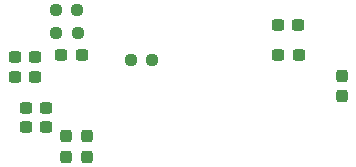
<source format=gtp>
%TF.GenerationSoftware,KiCad,Pcbnew,(6.0.0)*%
%TF.CreationDate,2023-01-21T20:16:48-08:00*%
%TF.ProjectId,keyboard_eval,6b657962-6f61-4726-945f-6576616c2e6b,rev?*%
%TF.SameCoordinates,Original*%
%TF.FileFunction,Paste,Top*%
%TF.FilePolarity,Positive*%
%FSLAX46Y46*%
G04 Gerber Fmt 4.6, Leading zero omitted, Abs format (unit mm)*
G04 Created by KiCad (PCBNEW (6.0.0)) date 2023-01-21 20:16:48*
%MOMM*%
%LPD*%
G01*
G04 APERTURE LIST*
G04 Aperture macros list*
%AMRoundRect*
0 Rectangle with rounded corners*
0 $1 Rounding radius*
0 $2 $3 $4 $5 $6 $7 $8 $9 X,Y pos of 4 corners*
0 Add a 4 corners polygon primitive as box body*
4,1,4,$2,$3,$4,$5,$6,$7,$8,$9,$2,$3,0*
0 Add four circle primitives for the rounded corners*
1,1,$1+$1,$2,$3*
1,1,$1+$1,$4,$5*
1,1,$1+$1,$6,$7*
1,1,$1+$1,$8,$9*
0 Add four rect primitives between the rounded corners*
20,1,$1+$1,$2,$3,$4,$5,0*
20,1,$1+$1,$4,$5,$6,$7,0*
20,1,$1+$1,$6,$7,$8,$9,0*
20,1,$1+$1,$8,$9,$2,$3,0*%
G04 Aperture macros list end*
%ADD10RoundRect,0.237500X0.250000X0.237500X-0.250000X0.237500X-0.250000X-0.237500X0.250000X-0.237500X0*%
%ADD11RoundRect,0.237500X0.237500X-0.300000X0.237500X0.300000X-0.237500X0.300000X-0.237500X-0.300000X0*%
%ADD12RoundRect,0.237500X-0.300000X-0.237500X0.300000X-0.237500X0.300000X0.237500X-0.300000X0.237500X0*%
%ADD13RoundRect,0.237500X0.300000X0.237500X-0.300000X0.237500X-0.300000X-0.237500X0.300000X-0.237500X0*%
%ADD14RoundRect,0.237500X-0.237500X0.300000X-0.237500X-0.300000X0.237500X-0.300000X0.237500X0.300000X0*%
G04 APERTURE END LIST*
D10*
%TO.C,R2*%
X50812500Y-26200000D03*
X48987500Y-26200000D03*
%TD*%
D11*
%TO.C,C10*%
X51600000Y-36687500D03*
X51600000Y-34962500D03*
%TD*%
D12*
%TO.C,C7*%
X46437500Y-34200000D03*
X48162500Y-34200000D03*
%TD*%
D10*
%TO.C,R1*%
X50762500Y-24250000D03*
X48937500Y-24250000D03*
%TD*%
D12*
%TO.C,C6*%
X67787500Y-28100000D03*
X69512500Y-28100000D03*
%TD*%
D10*
%TO.C,R4*%
X57112500Y-28500000D03*
X55287500Y-28500000D03*
%TD*%
D11*
%TO.C,C9*%
X49825000Y-36687500D03*
X49825000Y-34962500D03*
%TD*%
D12*
%TO.C,C2*%
X49437500Y-28100000D03*
X51162500Y-28100000D03*
%TD*%
%TO.C,C8*%
X46437500Y-32575000D03*
X48162500Y-32575000D03*
%TD*%
D13*
%TO.C,C5*%
X69462500Y-25510000D03*
X67737500Y-25510000D03*
%TD*%
%TO.C,C4*%
X47212500Y-29900000D03*
X45487500Y-29900000D03*
%TD*%
D14*
%TO.C,C1*%
X73200000Y-29837500D03*
X73200000Y-31562500D03*
%TD*%
D13*
%TO.C,C3*%
X47212500Y-28250000D03*
X45487500Y-28250000D03*
%TD*%
M02*

</source>
